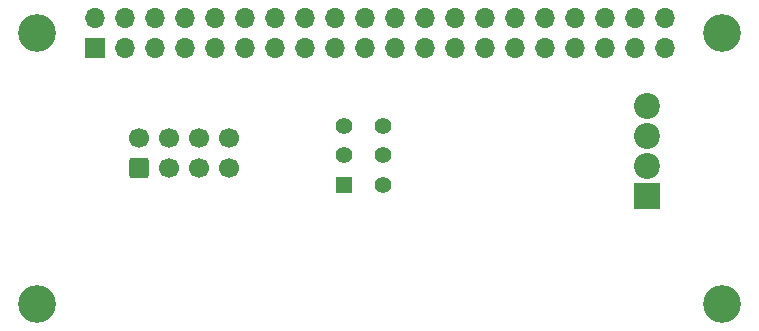
<source format=gbs>
G04 #@! TF.GenerationSoftware,KiCad,Pcbnew,6.0.6-3a73a75311~116~ubuntu22.04.1*
G04 #@! TF.CreationDate,2022-07-01T11:47:32+01:00*
G04 #@! TF.ProjectId,Pi_Connector,50695f43-6f6e-46e6-9563-746f722e6b69,rev?*
G04 #@! TF.SameCoordinates,Original*
G04 #@! TF.FileFunction,Soldermask,Bot*
G04 #@! TF.FilePolarity,Negative*
%FSLAX46Y46*%
G04 Gerber Fmt 4.6, Leading zero omitted, Abs format (unit mm)*
G04 Created by KiCad (PCBNEW 6.0.6-3a73a75311~116~ubuntu22.04.1) date 2022-07-01 11:47:32*
%MOMM*%
%LPD*%
G01*
G04 APERTURE LIST*
G04 Aperture macros list*
%AMRoundRect*
0 Rectangle with rounded corners*
0 $1 Rounding radius*
0 $2 $3 $4 $5 $6 $7 $8 $9 X,Y pos of 4 corners*
0 Add a 4 corners polygon primitive as box body*
4,1,4,$2,$3,$4,$5,$6,$7,$8,$9,$2,$3,0*
0 Add four circle primitives for the rounded corners*
1,1,$1+$1,$2,$3*
1,1,$1+$1,$4,$5*
1,1,$1+$1,$6,$7*
1,1,$1+$1,$8,$9*
0 Add four rect primitives between the rounded corners*
20,1,$1+$1,$2,$3,$4,$5,0*
20,1,$1+$1,$4,$5,$6,$7,0*
20,1,$1+$1,$6,$7,$8,$9,0*
20,1,$1+$1,$8,$9,$2,$3,0*%
G04 Aperture macros list end*
%ADD10R,1.400000X1.400000*%
%ADD11C,1.400000*%
%ADD12C,3.200000*%
%ADD13RoundRect,0.250000X0.600000X-0.600000X0.600000X0.600000X-0.600000X0.600000X-0.600000X-0.600000X0*%
%ADD14C,1.700000*%
%ADD15R,2.200000X2.200000*%
%ADD16C,2.200000*%
%ADD17R,1.700000X1.700000*%
%ADD18O,1.700000X1.700000*%
G04 APERTURE END LIST*
D10*
G04 #@! TO.C,SW1*
X75980168Y-62907500D03*
D11*
X75980168Y-60407500D03*
X75980168Y-57907500D03*
X79280168Y-62907500D03*
X79280168Y-60407500D03*
X79280168Y-57907500D03*
G04 #@! TD*
D12*
G04 #@! TO.C,REF\u002A\u002A*
X108000000Y-73000000D03*
G04 #@! TD*
D13*
G04 #@! TO.C,J1*
X58630168Y-61500000D03*
D14*
X58630168Y-58960000D03*
X61170168Y-61500000D03*
X61170168Y-58960000D03*
X63710168Y-61500000D03*
X63710168Y-58960000D03*
X66250168Y-61500000D03*
X66250168Y-58960000D03*
G04 #@! TD*
D15*
G04 #@! TO.C,J3*
X101630168Y-63815000D03*
D16*
X101630168Y-61275000D03*
X101630168Y-58735000D03*
X101630168Y-56195000D03*
G04 #@! TD*
D17*
G04 #@! TO.C,J2*
X54875000Y-51275000D03*
D18*
X54875000Y-48735000D03*
X57415000Y-51275000D03*
X57415000Y-48735000D03*
X59955000Y-51275000D03*
X59955000Y-48735000D03*
X62495000Y-51275000D03*
X62495000Y-48735000D03*
X65035000Y-51275000D03*
X65035000Y-48735000D03*
X67575000Y-51275000D03*
X67575000Y-48735000D03*
X70115000Y-51275000D03*
X70115000Y-48735000D03*
X72655000Y-51275000D03*
X72655000Y-48735000D03*
X75195000Y-51275000D03*
X75195000Y-48735000D03*
X77735000Y-51275000D03*
X77735000Y-48735000D03*
X80275000Y-51275000D03*
X80275000Y-48735000D03*
X82815000Y-51275000D03*
X82815000Y-48735000D03*
X85355000Y-51275000D03*
X85355000Y-48735000D03*
X87895000Y-51275000D03*
X87895000Y-48735000D03*
X90435000Y-51275000D03*
X90435000Y-48735000D03*
X92975000Y-51275000D03*
X92975000Y-48735000D03*
X95515000Y-51275000D03*
X95515000Y-48735000D03*
X98055000Y-51275000D03*
X98055000Y-48735000D03*
X100595000Y-51275000D03*
X100595000Y-48735000D03*
X103135000Y-51275000D03*
X103135000Y-48735000D03*
G04 #@! TD*
D12*
G04 #@! TO.C,REF\u002A\u002A*
X108000000Y-50000000D03*
G04 #@! TD*
G04 #@! TO.C,REF\u002A\u002A*
X50000000Y-73000000D03*
G04 #@! TD*
G04 #@! TO.C,REF\u002A\u002A*
X50000000Y-50000000D03*
G04 #@! TD*
M02*

</source>
